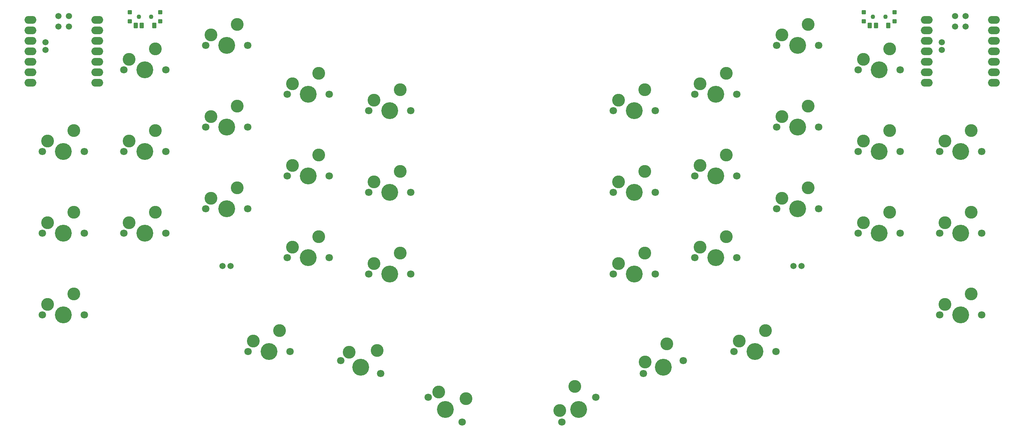
<source format=gts>
%TF.GenerationSoftware,KiCad,Pcbnew,8.0.1*%
%TF.CreationDate,2024-04-22T06:21:47+12:00*%
%TF.ProjectId,main routed,6d61696e-2072-46f7-9574-65642e6b6963,v1.0.0*%
%TF.SameCoordinates,Original*%
%TF.FileFunction,Soldermask,Top*%
%TF.FilePolarity,Negative*%
%FSLAX46Y46*%
G04 Gerber Fmt 4.6, Leading zero omitted, Abs format (unit mm)*
G04 Created by KiCad (PCBNEW 8.0.1) date 2024-04-22 06:21:47*
%MOMM*%
%LPD*%
G01*
G04 APERTURE LIST*
G04 Aperture macros list*
%AMRoundRect*
0 Rectangle with rounded corners*
0 $1 Rounding radius*
0 $2 $3 $4 $5 $6 $7 $8 $9 X,Y pos of 4 corners*
0 Add a 4 corners polygon primitive as box body*
4,1,4,$2,$3,$4,$5,$6,$7,$8,$9,$2,$3,0*
0 Add four circle primitives for the rounded corners*
1,1,$1+$1,$2,$3*
1,1,$1+$1,$4,$5*
1,1,$1+$1,$6,$7*
1,1,$1+$1,$8,$9*
0 Add four rect primitives between the rounded corners*
20,1,$1+$1,$2,$3,$4,$5,0*
20,1,$1+$1,$4,$5,$6,$7,0*
20,1,$1+$1,$6,$7,$8,$9,0*
20,1,$1+$1,$8,$9,$2,$3,0*%
G04 Aperture macros list end*
%ADD10RoundRect,0.050000X-0.450000X-0.450000X0.450000X-0.450000X0.450000X0.450000X-0.450000X0.450000X0*%
%ADD11C,1.100000*%
%ADD12RoundRect,0.050000X-0.450000X-0.625000X0.450000X-0.625000X0.450000X0.625000X-0.450000X0.625000X0*%
%ADD13C,1.801800*%
%ADD14C,3.100000*%
%ADD15C,4.087800*%
%ADD16C,1.497000*%
%ADD17O,2.850000X1.900000*%
G04 APERTURE END LIST*
D10*
%TO.C,T1*%
X54792257Y-35520000D03*
X54792257Y-37720000D03*
D11*
X56992257Y-36620000D03*
X59992257Y-36620000D03*
D10*
X62192257Y-35520000D03*
X62192257Y-37720000D03*
D12*
X60742257Y-38695000D03*
X57742257Y-38695000D03*
X56242257Y-38695000D03*
%TD*%
D13*
%TO.C,S25*%
X211340000Y-83124000D03*
D14*
X212610000Y-80584000D03*
D15*
X216420000Y-83124000D03*
D14*
X218960000Y-78044000D03*
D13*
X221500000Y-83124000D03*
%TD*%
%TO.C,S28*%
X191580000Y-95011200D03*
D14*
X192850000Y-92471200D03*
D15*
X196660000Y-95011200D03*
D14*
X199200000Y-89931200D03*
D13*
X201740000Y-95011200D03*
%TD*%
%TO.C,S14*%
X112692257Y-79161600D03*
D14*
X113962257Y-76621600D03*
D15*
X117772257Y-79161600D03*
D14*
X120312257Y-74081600D03*
D13*
X122852257Y-79161600D03*
%TD*%
D10*
%TO.C,T2*%
X232480000Y-35520000D03*
X232480000Y-37720000D03*
D11*
X234680000Y-36620000D03*
X237680000Y-36620000D03*
D10*
X239880000Y-35520000D03*
X239880000Y-37720000D03*
D12*
X238430000Y-38695000D03*
X235430000Y-38695000D03*
X233930000Y-38695000D03*
%TD*%
D13*
%TO.C,S36*%
X159376323Y-134853675D03*
D14*
X158910800Y-132052285D03*
D15*
X163486129Y-131867726D03*
D14*
X162555083Y-126264945D03*
D13*
X167595935Y-128881777D03*
%TD*%
%TO.C,S4*%
X53412257Y-89067600D03*
D14*
X54682257Y-86527600D03*
D15*
X58492257Y-89067600D03*
D14*
X61032257Y-83987600D03*
D13*
X63572257Y-89067600D03*
%TD*%
D16*
%TO.C,BATTPAD4*%
X215420000Y-97030000D03*
X217420000Y-97030000D03*
%TD*%
D13*
%TO.C,S35*%
X179105183Y-123137524D03*
D14*
X179528122Y-120329389D03*
D15*
X183936550Y-121567718D03*
D14*
X184782427Y-115951448D03*
D13*
X188767917Y-119997912D03*
%TD*%
%TO.C,S17*%
X105904340Y-119997912D03*
D14*
X107897085Y-117974680D03*
D15*
X110735707Y-121567718D03*
D14*
X114721197Y-117521254D03*
D13*
X115567074Y-123137524D03*
%TD*%
%TO.C,S30*%
X191580000Y-55387200D03*
D14*
X192850000Y-52847200D03*
D15*
X196660000Y-55387200D03*
D14*
X199200000Y-50307200D03*
D13*
X201740000Y-55387200D03*
%TD*%
%TO.C,S32*%
X171820000Y-79161600D03*
D14*
X173090000Y-76621600D03*
D15*
X176900000Y-79161600D03*
D14*
X179440000Y-74081600D03*
D13*
X181980000Y-79161600D03*
%TD*%
%TO.C,S26*%
X211340000Y-63312000D03*
D14*
X212610000Y-60772000D03*
D15*
X216420000Y-63312000D03*
D14*
X218960000Y-58232000D03*
D13*
X221500000Y-63312000D03*
%TD*%
%TO.C,S15*%
X112692257Y-59349600D03*
D14*
X113962257Y-56809600D03*
D15*
X117772257Y-59349600D03*
D14*
X120312257Y-54269600D03*
D13*
X122852257Y-59349600D03*
%TD*%
%TO.C,S2*%
X33652257Y-89067600D03*
D14*
X34922257Y-86527600D03*
D15*
X38732257Y-89067600D03*
D14*
X41272257Y-83987600D03*
D13*
X43812257Y-89067600D03*
%TD*%
%TO.C,S27*%
X211340000Y-43500000D03*
D14*
X212610000Y-40960000D03*
D15*
X216420000Y-43500000D03*
D14*
X218960000Y-38420000D03*
D13*
X221500000Y-43500000D03*
%TD*%
%TO.C,S11*%
X92932257Y-75199200D03*
D14*
X94202257Y-72659200D03*
D15*
X98012257Y-75199200D03*
D14*
X100552257Y-70119200D03*
D13*
X103092257Y-75199200D03*
%TD*%
D17*
%TO.C,xiao-ble2*%
X247735000Y-37348600D03*
X247735000Y-39888600D03*
X247735000Y-42428600D03*
X247735000Y-44968600D03*
X247735000Y-47508600D03*
X247735000Y-50048600D03*
X247735000Y-52588600D03*
X263925000Y-52588600D03*
X263925000Y-50048600D03*
X263925000Y-47508600D03*
X263925000Y-44968600D03*
X263925000Y-42428600D03*
X263925000Y-39888600D03*
X263925000Y-37348600D03*
D16*
X254560000Y-36396600D03*
X257100000Y-36396600D03*
X254560000Y-38936600D03*
X257100000Y-38936600D03*
X251385000Y-44651600D03*
X251385000Y-42746600D03*
%TD*%
D13*
%TO.C,S1*%
X33652257Y-108879600D03*
D14*
X34922257Y-106339600D03*
D15*
X38732257Y-108879600D03*
D14*
X41272257Y-103799600D03*
D13*
X43812257Y-108879600D03*
%TD*%
%TO.C,S21*%
X250860000Y-69255600D03*
D14*
X252130000Y-66715600D03*
D15*
X255940000Y-69255600D03*
D14*
X258480000Y-64175600D03*
D13*
X261020000Y-69255600D03*
%TD*%
%TO.C,S24*%
X231100000Y-49443600D03*
D14*
X232370000Y-46903600D03*
D15*
X236180000Y-49443600D03*
D14*
X238720000Y-44363600D03*
D13*
X241260000Y-49443600D03*
%TD*%
%TO.C,S6*%
X53412257Y-49443600D03*
D14*
X54682257Y-46903600D03*
D15*
X58492257Y-49443600D03*
D14*
X61032257Y-44363600D03*
D13*
X63572257Y-49443600D03*
%TD*%
%TO.C,S29*%
X191580000Y-75199200D03*
D14*
X192850000Y-72659200D03*
D15*
X196660000Y-75199200D03*
D14*
X199200000Y-70119200D03*
D13*
X201740000Y-75199200D03*
%TD*%
%TO.C,S13*%
X112692257Y-98973600D03*
D14*
X113962257Y-96433600D03*
D15*
X117772257Y-98973600D03*
D14*
X120312257Y-93893600D03*
D13*
X122852257Y-98973600D03*
%TD*%
%TO.C,S20*%
X250860000Y-89067600D03*
D14*
X252130000Y-86527600D03*
D15*
X255940000Y-89067600D03*
D14*
X258480000Y-83987600D03*
D13*
X261020000Y-89067600D03*
%TD*%
%TO.C,S8*%
X73172257Y-63312000D03*
D14*
X74442257Y-60772000D03*
D15*
X78252257Y-63312000D03*
D14*
X80792257Y-58232000D03*
D13*
X83332257Y-63312000D03*
%TD*%
%TO.C,S7*%
X73172257Y-83124000D03*
D14*
X74442257Y-80584000D03*
D15*
X78252257Y-83124000D03*
D14*
X80792257Y-78044000D03*
D13*
X83332257Y-83124000D03*
%TD*%
%TO.C,S23*%
X231100000Y-69255600D03*
D14*
X232370000Y-66715600D03*
D15*
X236180000Y-69255600D03*
D14*
X238720000Y-64175600D03*
D13*
X241260000Y-69255600D03*
%TD*%
%TO.C,S33*%
X171820000Y-59349600D03*
D14*
X173090000Y-56809600D03*
D15*
X176900000Y-59349600D03*
D14*
X179440000Y-54269600D03*
D13*
X181980000Y-59349600D03*
%TD*%
%TO.C,S5*%
X53412257Y-69255600D03*
D14*
X54682257Y-66715600D03*
D15*
X58492257Y-69255600D03*
D14*
X61032257Y-64175600D03*
D13*
X63572257Y-69255600D03*
%TD*%
%TO.C,S12*%
X92932257Y-55387200D03*
D14*
X94202257Y-52847200D03*
D15*
X98012257Y-55387200D03*
D14*
X100552257Y-50307200D03*
D13*
X103092257Y-55387200D03*
%TD*%
%TO.C,S34*%
X201080000Y-117823200D03*
D14*
X202350000Y-115283200D03*
D15*
X206160000Y-117823200D03*
D14*
X208700000Y-112743200D03*
D13*
X211240000Y-117823200D03*
%TD*%
%TO.C,S18*%
X127076323Y-128881777D03*
D14*
X129596749Y-127573361D03*
D15*
X131186129Y-131867726D03*
D14*
X136226981Y-129250894D03*
D13*
X135295935Y-134853675D03*
%TD*%
%TO.C,S3*%
X33652257Y-69255600D03*
D14*
X34922257Y-66715600D03*
D15*
X38732257Y-69255600D03*
D14*
X41272257Y-64175600D03*
D13*
X43812257Y-69255600D03*
%TD*%
%TO.C,S31*%
X171820000Y-98973600D03*
D14*
X173090000Y-96433600D03*
D15*
X176900000Y-98973600D03*
D14*
X179440000Y-93893600D03*
D13*
X181980000Y-98973600D03*
%TD*%
%TO.C,S16*%
X83432257Y-117823200D03*
D14*
X84702257Y-115283200D03*
D15*
X88512257Y-117823200D03*
D14*
X91052257Y-112743200D03*
D13*
X93592257Y-117823200D03*
%TD*%
%TO.C,S22*%
X231100000Y-89067600D03*
D14*
X232370000Y-86527600D03*
D15*
X236180000Y-89067600D03*
D14*
X238720000Y-83987600D03*
D13*
X241260000Y-89067600D03*
%TD*%
%TO.C,S19*%
X250860000Y-108879600D03*
D14*
X252130000Y-106339600D03*
D15*
X255940000Y-108879600D03*
D14*
X258480000Y-103799600D03*
D13*
X261020000Y-108879600D03*
%TD*%
D17*
%TO.C,xiao-ble1*%
X30747257Y-37348600D03*
X30747257Y-39888600D03*
X30747257Y-42428600D03*
X30747257Y-44968600D03*
X30747257Y-47508600D03*
X30747257Y-50048600D03*
X30747257Y-52588600D03*
X46937257Y-52588600D03*
X46937257Y-50048600D03*
X46937257Y-47508600D03*
X46937257Y-44968600D03*
X46937257Y-42428600D03*
X46937257Y-39888600D03*
X46937257Y-37348600D03*
D16*
X37572257Y-36396600D03*
X40112257Y-36396600D03*
X37572257Y-38936600D03*
X40112257Y-38936600D03*
X34397257Y-44651600D03*
X34397257Y-42746600D03*
%TD*%
D13*
%TO.C,S9*%
X73172257Y-43500000D03*
D14*
X74442257Y-40960000D03*
D15*
X78252257Y-43500000D03*
D14*
X80792257Y-38420000D03*
D13*
X83332257Y-43500000D03*
%TD*%
%TO.C,S10*%
X92932257Y-95011200D03*
D14*
X94202257Y-92471200D03*
D15*
X98012257Y-95011200D03*
D14*
X100552257Y-89931200D03*
D13*
X103092257Y-95011200D03*
%TD*%
D16*
%TO.C,BATTPAD2*%
X77252257Y-97030000D03*
X79252257Y-97030000D03*
%TD*%
M02*

</source>
